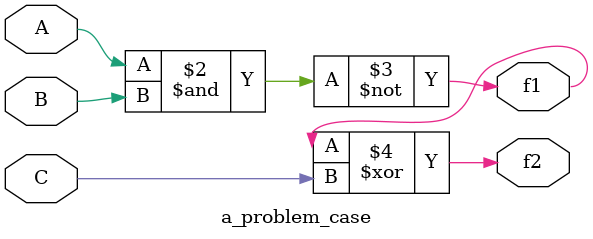
<source format=v>
/* `timescale 10ns/1ns
module xor_gate(f,a,b);
    input a, b;
    output f;
    wire tl, t2, t3;
    nand #5 ml (tl,a,b);
    and #5 m2 (t2,a,tl):
    and #5 m3 (t3,t1,b);
    nor #5 m4 (f,t2,t3);
endmodule */

module a_problem_case (A, B, C, f1, f2);
  input A, B, C;
  output reg f1, f2;

  always @(A or B or C) begin
    f1 = ~(A & B);
    f2 = f1 ^ C;   // Assuming you meant f2 depends on f1 and C
  end
endmodule

</source>
